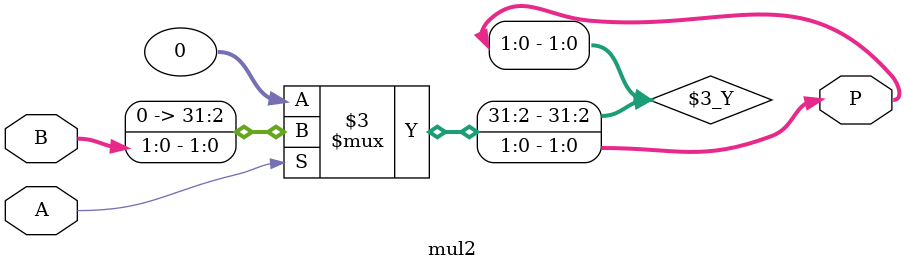
<source format=v>
module mul2(A, B, P);
    input         A;
    input   [1:0] B;
    output  [1:0] P;

    assign P = (A == 1'b1) ? B : 0;
endmodule
</source>
